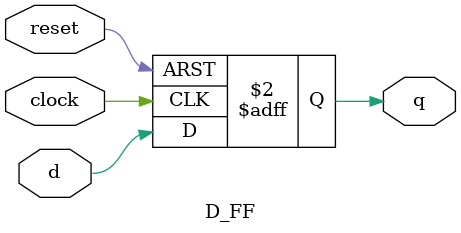
<source format=v>
module D_FF (q, d, clock, reset);

	output q;
	input d, clock, reset;
	
	reg q;

	always @(negedge clock or posedge reset)
		if (reset)
			q = 1'b0;
		else
			q = d;
	
endmodule
</source>
